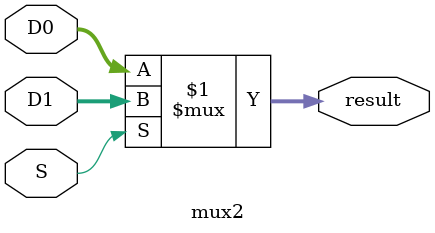
<source format=sv>
`ifndef MUX2
`define MUX2

`timescale 1ns/100ps

module mux2
    #(parameter n = 32)(
    //
    // ---------------- PORT DEFINITIONS ----------------
    //
    input  logic [(n-1):0] D0, D1,
    input  logic S,
    output logic [(n-1):0] result
);
    //
    // ---------------- MODULE DESIGN IMPLEMENTATION ----------------
    //
    assign result = S ? D1 : D0;
endmodule

`endif // MUX2

</source>
